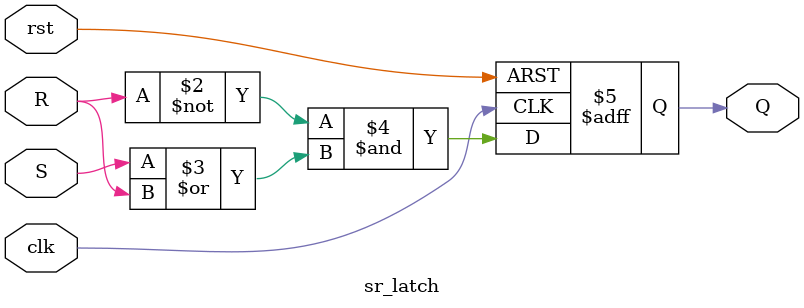
<source format=v>
`timescale 1ns / 1ps


module sr_latch(
    input  wire        clk,
    input  wire        rst,
    input  wire        S,
    input  wire        R,
    output reg         Q
    );
    
    always @(posedge clk, posedge rst) begin 
    
        if (rst) Q <= 1'b0; 
        else Q <= (~R) & (S | R); 
    
    end 
    
    
endmodule

</source>
